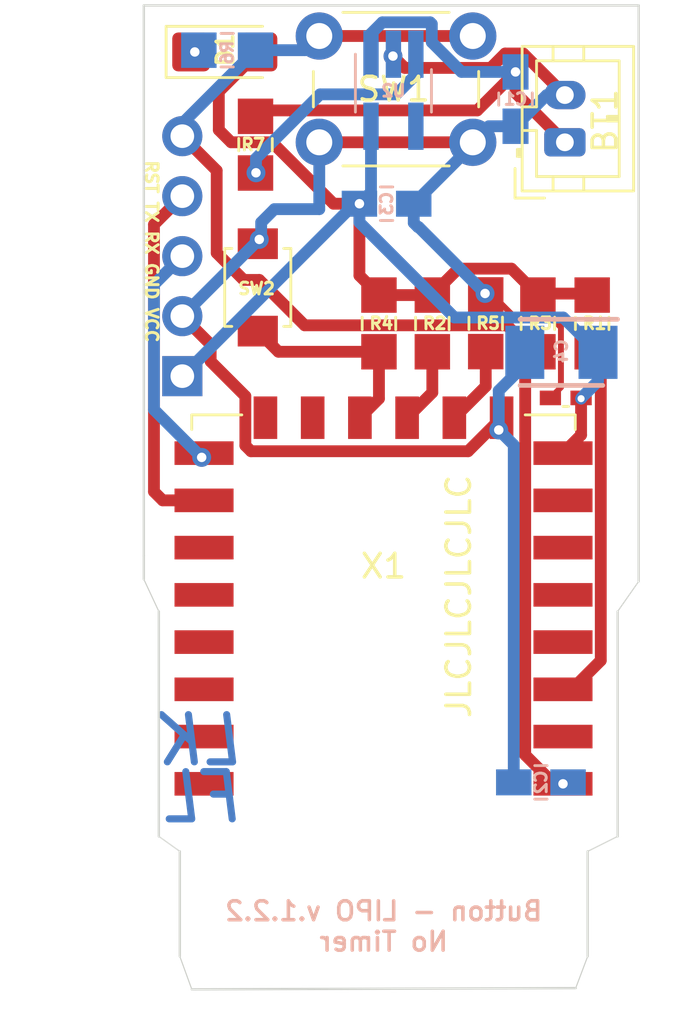
<source format=kicad_pcb>
(kicad_pcb (version 20171130) (host pcbnew "(5.1.9)-1")

  (general
    (thickness 1.6)
    (drawings 22)
    (tracks 135)
    (zones 0)
    (modules 19)
    (nets 13)
  )

  (page A4)
  (layers
    (0 F.Cu signal)
    (31 B.Cu signal)
    (32 B.Adhes user)
    (33 F.Adhes user)
    (34 B.Paste user)
    (35 F.Paste user)
    (36 B.SilkS user)
    (37 F.SilkS user)
    (38 B.Mask user)
    (39 F.Mask user)
    (40 Dwgs.User user)
    (41 Cmts.User user)
    (42 Eco1.User user)
    (43 Eco2.User user)
    (44 Edge.Cuts user)
    (45 Margin user)
    (46 B.CrtYd user hide)
    (47 F.CrtYd user)
    (48 B.Fab user hide)
    (49 F.Fab user)
  )

  (setup
    (last_trace_width 0.25)
    (user_trace_width 0.5)
    (trace_clearance 0.1)
    (zone_clearance 0.508)
    (zone_45_only no)
    (trace_min 0.2)
    (via_size 0.8)
    (via_drill 0.4)
    (via_min_size 0.4)
    (via_min_drill 0.3)
    (user_via 0.5 0.3)
    (uvia_size 0.3)
    (uvia_drill 0.1)
    (uvias_allowed no)
    (uvia_min_size 0.2)
    (uvia_min_drill 0.1)
    (edge_width 0.05)
    (segment_width 0.2)
    (pcb_text_width 0.3)
    (pcb_text_size 1.5 1.5)
    (mod_edge_width 0.12)
    (mod_text_size 1 1)
    (mod_text_width 0.15)
    (pad_size 1.524 1.524)
    (pad_drill 0.762)
    (pad_to_mask_clearance 0.051)
    (solder_mask_min_width 0.25)
    (aux_axis_origin 0 0)
    (visible_elements 7FFFFFFF)
    (pcbplotparams
      (layerselection 0x010fc_ffffffff)
      (usegerberextensions false)
      (usegerberattributes false)
      (usegerberadvancedattributes true)
      (creategerberjobfile false)
      (excludeedgelayer true)
      (linewidth 0.150000)
      (plotframeref false)
      (viasonmask false)
      (mode 1)
      (useauxorigin true)
      (hpglpennumber 1)
      (hpglpenspeed 20)
      (hpglpendiameter 15.000000)
      (psnegative false)
      (psa4output false)
      (plotreference true)
      (plotvalue true)
      (plotinvisibletext false)
      (padsonsilk false)
      (subtractmaskfromsilk false)
      (outputformat 1)
      (mirror false)
      (drillshape 0)
      (scaleselection 1)
      (outputdirectory "Gerber/"))
  )

  (net 0 "")
  (net 1 /VCC)
  (net 2 /GND)
  (net 3 /RST)
  (net 4 /RX)
  (net 5 /TX)
  (net 6 /EN)
  (net 7 /GPIO2)
  (net 8 /GPIO0)
  (net 9 "Net-(BT1-Pad1)")
  (net 10 /GPIO15)
  (net 11 "Net-(R7-Pad1)")
  (net 12 "Net-(D1-Pad1)")

  (net_class Default "This is the default net class."
    (clearance 0.1)
    (trace_width 0.25)
    (via_dia 0.8)
    (via_drill 0.4)
    (uvia_dia 0.3)
    (uvia_drill 0.1)
    (add_net /EN)
    (add_net /GND)
    (add_net /GPIO0)
    (add_net /GPIO15)
    (add_net /GPIO2)
    (add_net /RST)
    (add_net /RX)
    (add_net /TX)
    (add_net /VCC)
    (add_net "Net-(BT1-Pad1)")
    (add_net "Net-(D1-Pad1)")
    (add_net "Net-(R7-Pad1)")
  )

  (module handsolder:C_0402_1005Metric_Pad0.74x0.62mm_HandSoldermod (layer F.Cu) (tedit 6036714F) (tstamp 6036D3B8)
    (at 133.43612 77.32268 180)
    (descr "Capacitor SMD 0402 (1005 Metric), square (rectangular) end terminal, IPC_7351 nominal with elongated pad for handsoldering. (Body size source: IPC-SM-782 page 76, https://www.pcb-3d.com/wordpress/wp-content/uploads/ipc-sm-782a_amendment_1_and_2.pdf), generated with kicad-footprint-generator")
    (tags "capacitor handsolder")
    (path /6036783B)
    (attr smd)
    (fp_text reference C5 (at 0 0) (layer F.SilkS) hide
      (effects (font (size 0.5 0.5) (thickness 0.125)))
    )
    (fp_text value 100nF (at 0 1.16) (layer F.Fab)
      (effects (font (size 1 1) (thickness 0.15)))
    )
    (fp_line (start -0.5 0.25) (end -0.5 -0.25) (layer F.Fab) (width 0.1))
    (fp_line (start -0.5 -0.25) (end 0.5 -0.25) (layer F.Fab) (width 0.1))
    (fp_line (start 0.5 -0.25) (end 0.5 0.25) (layer F.Fab) (width 0.1))
    (fp_line (start 0.5 0.25) (end -0.5 0.25) (layer F.Fab) (width 0.1))
    (fp_line (start -0.115835 -0.36) (end 0.115835 -0.36) (layer F.SilkS) (width 0.12))
    (fp_line (start -1.08 0.46) (end -1.08 -0.46) (layer F.CrtYd) (width 0.05))
    (fp_line (start -1.08 -0.46) (end 1.08 -0.46) (layer F.CrtYd) (width 0.05))
    (fp_line (start 1.08 -0.46) (end 1.08 0.46) (layer F.CrtYd) (width 0.05))
    (fp_line (start 1.08 0.46) (end -1.08 0.46) (layer F.CrtYd) (width 0.05))
    (fp_text user %R (at 0 0) (layer F.Fab)
      (effects (font (size 0.25 0.25) (thickness 0.04)))
    )
    (pad 2 smd rect (at 0.65 0 180) (size 0.9 0.62) (layers F.Cu F.Paste F.Mask)
      (net 2 /GND))
    (pad 1 smd rect (at -0.65 0 180) (size 0.9 0.62) (layers F.Cu F.Paste F.Mask)
      (net 1 /VCC))
    (model ${KISYS3DMOD}/Capacitor_SMD.3dshapes/C_0402_1005Metric.wrl
      (at (xyz 0 0 0))
      (scale (xyz 1 1 1))
      (rotate (xyz 0 0 0))
    )
  )

  (module SamacSys_Parts:CAPPM3528X210N (layer B.Cu) (tedit 60364A5B) (tstamp 603690AB)
    (at 133.25348 75.39228 180)
    (descr T495B-10)
    (tags "Capacitor Polarised")
    (path /60363F6C)
    (attr smd)
    (fp_text reference C4 (at 0 0.05 90) (layer B.SilkS)
      (effects (font (size 0.5 0.5) (thickness 0.125)) (justify mirror))
    )
    (fp_text value TAJB476M010TNJ (at 0 0 180) (layer B.SilkS) hide
      (effects (font (size 1.27 1.27) (thickness 0.254)) (justify mirror))
    )
    (fp_line (start -2.625 1.75) (end 2.625 1.75) (layer B.CrtYd) (width 0.05))
    (fp_line (start 2.625 1.75) (end 2.625 -1.75) (layer B.CrtYd) (width 0.05))
    (fp_line (start 2.625 -1.75) (end -2.625 -1.75) (layer B.CrtYd) (width 0.05))
    (fp_line (start -2.625 -1.75) (end -2.625 1.75) (layer B.CrtYd) (width 0.05))
    (fp_line (start -1.75 1.4) (end 1.75 1.4) (layer B.Fab) (width 0.1))
    (fp_line (start 1.75 1.4) (end 1.75 -1.4) (layer B.Fab) (width 0.1))
    (fp_line (start 1.75 -1.4) (end -1.75 -1.4) (layer B.Fab) (width 0.1))
    (fp_line (start -1.75 -1.4) (end -1.75 1.4) (layer B.Fab) (width 0.1))
    (fp_line (start -1.75 0.575) (end -0.925 1.4) (layer B.Fab) (width 0.1))
    (fp_line (start 1.75 1.4) (end -2.375 1.4) (layer B.SilkS) (width 0.2))
    (fp_line (start -1.75 -1.4) (end 1.75 -1.4) (layer B.SilkS) (width 0.2))
    (fp_text user %R (at 0 0 180) (layer B.Fab)
      (effects (font (size 1.27 1.27) (thickness 0.254)) (justify mirror))
    )
    (pad 2 smd rect (at 1.55 0 180) (size 1.65 2.25) (layers B.Cu B.Paste B.Mask)
      (net 2 /GND))
    (pad 1 smd rect (at -1.55 0 180) (size 1.65 2.25) (layers B.Cu B.Paste B.Mask)
      (net 1 /VCC))
    (model "C:\\Program Files\\KiCad\\SamacSys_Parts.3dshapes\\T495B476K006ATE450.stp"
      (at (xyz 0 0 0))
      (scale (xyz 1 1 1))
      (rotate (xyz 0 0 0))
    )
  )

  (module handsolder:SOT-23-5_HandSolderingmod (layer B.Cu) (tedit 6035922E) (tstamp 60326955)
    (at 126.14 64.32 270)
    (descr "5-pin SOT23 package")
    (tags "SOT-23-5 hand-soldering")
    (path /602F5FBE)
    (attr smd)
    (fp_text reference U2 (at 0 0 180) (layer B.SilkS)
      (effects (font (size 0.5 0.5) (thickness 0.125)) (justify mirror))
    )
    (fp_text value AP2112K-3.3 (at 10.287 -1.143 90) (layer B.SilkS) hide
      (effects (font (size 1 1) (thickness 0.15)) (justify mirror))
    )
    (fp_line (start -0.9 -1.61) (end 0.9 -1.61) (layer B.SilkS) (width 0.12))
    (fp_line (start 0.9 1.61) (end -1.55 1.61) (layer B.SilkS) (width 0.12))
    (fp_line (start -0.9 0.9) (end -0.25 1.55) (layer B.Fab) (width 0.1))
    (fp_line (start 0.9 1.55) (end -0.25 1.55) (layer B.Fab) (width 0.1))
    (fp_line (start -0.9 0.9) (end -0.9 -1.55) (layer B.Fab) (width 0.1))
    (fp_line (start 0.9 -1.55) (end -0.9 -1.55) (layer B.Fab) (width 0.1))
    (fp_line (start 0.9 1.55) (end 0.9 -1.55) (layer B.Fab) (width 0.1))
    (fp_line (start -2.38 1.8) (end 2.38 1.8) (layer B.CrtYd) (width 0.05))
    (fp_line (start -2.38 1.8) (end -2.38 -1.8) (layer B.CrtYd) (width 0.05))
    (fp_line (start 2.38 -1.8) (end 2.38 1.8) (layer B.CrtYd) (width 0.05))
    (fp_line (start 2.38 -1.8) (end -2.38 -1.8) (layer B.CrtYd) (width 0.05))
    (fp_text user %R (at 0 0) (layer B.Fab)
      (effects (font (size 0.5 0.5) (thickness 0.075)) (justify mirror))
    )
    (pad 5 smd rect (at 1.5 0.95 270) (size 2 0.65) (layers B.Cu B.Paste B.Mask)
      (net 1 /VCC))
    (pad 4 smd rect (at 1.5 -0.95 270) (size 2 0.65) (layers B.Cu B.Paste B.Mask))
    (pad 3 smd rect (at -1.55 -0.95 270) (size 2 0.65) (layers B.Cu B.Paste B.Mask)
      (net 11 "Net-(R7-Pad1)"))
    (pad 2 smd trapezoid (at -1.55 0 270) (size 2 0.65) (layers B.Cu B.Paste B.Mask)
      (net 2 /GND))
    (pad 1 smd rect (at -1.55 0.95 270) (size 2 0.65) (layers B.Cu B.Paste B.Mask)
      (net 9 "Net-(BT1-Pad1)"))
    (model ${KISYS3DMOD}/Package_TO_SOT_SMD.3dshapes/SOT-23-5.wrl
      (at (xyz 0 0 0))
      (scale (xyz 1 1 1))
      (rotate (xyz 0 0 0))
    )
  )

  (module handsolder:C_0805_2012handsodermod (layer B.Cu) (tedit 603591CC) (tstamp 603267C3)
    (at 131.31 64.67 90)
    (descr "Capacitor SMD 0805 (2012 Metric), square (rectangular) end terminal, IPC_7351 nominal with elongated pad for handsoldering. (Body size source: https://docs.google.com/spreadsheets/d/1BsfQQcO9C6DZCsRaXUlFlo91Tg2WpOkGARC1WS5S8t0/edit?usp=sharing), generated with kicad-footprint-generator")
    (tags "capacitor handsolder")
    (path /602D0C1F)
    (attr smd)
    (fp_text reference C1 (at 0 0 180) (layer B.SilkS)
      (effects (font (size 0.5 0.5) (thickness 0.125)) (justify mirror))
    )
    (fp_text value 10uF (at 0 -1.65 90) (layer B.Fab) hide
      (effects (font (size 1 1) (thickness 0.15)) (justify mirror))
    )
    (fp_line (start -1 -0.6) (end -1 0.6) (layer B.Fab) (width 0.1))
    (fp_line (start -1 0.6) (end 1 0.6) (layer B.Fab) (width 0.1))
    (fp_line (start 1 0.6) (end 1 -0.6) (layer B.Fab) (width 0.1))
    (fp_line (start 1 -0.6) (end -1 -0.6) (layer B.Fab) (width 0.1))
    (fp_line (start -0.261252 0.71) (end 0.261252 0.71) (layer B.SilkS) (width 0.12))
    (fp_line (start -0.261252 -0.71) (end 0.261252 -0.71) (layer B.SilkS) (width 0.12))
    (fp_line (start -2 -0.95) (end -2 0.95) (layer B.CrtYd) (width 0.05))
    (fp_line (start -2 0.95) (end 2.05 0.95) (layer B.CrtYd) (width 0.05))
    (fp_line (start 2.05 0.95) (end 2.05 -0.95) (layer B.CrtYd) (width 0.05))
    (fp_line (start 2.05 -0.95) (end -2 -0.95) (layer B.CrtYd) (width 0.05))
    (fp_text user %R (at 0 0 90) (layer B.Fab)
      (effects (font (size 0.5 0.5) (thickness 0.08)) (justify mirror))
    )
    (pad 2 smd rect (at 1.15 0 90) (size 1.5 1.1) (layers B.Cu B.Paste B.Mask)
      (net 9 "Net-(BT1-Pad1)"))
    (pad 1 smd rect (at -1.15 0 90) (size 1.5 1.1) (layers B.Cu B.Paste B.Mask)
      (net 2 /GND))
    (model ${KISYS3DMOD}/Capacitor_SMD.3dshapes/C_0805_2012Metric.wrl
      (at (xyz 0 0 0))
      (scale (xyz 1 1 1))
      (rotate (xyz 0 0 0))
    )
  )

  (module handsolder:C_0805_2012handsodermod (layer B.Cu) (tedit 603591CC) (tstamp 603267E5)
    (at 125.85 69.1 180)
    (descr "Capacitor SMD 0805 (2012 Metric), square (rectangular) end terminal, IPC_7351 nominal with elongated pad for handsoldering. (Body size source: https://docs.google.com/spreadsheets/d/1BsfQQcO9C6DZCsRaXUlFlo91Tg2WpOkGARC1WS5S8t0/edit?usp=sharing), generated with kicad-footprint-generator")
    (tags "capacitor handsolder")
    (path /602E3D4A)
    (attr smd)
    (fp_text reference C3 (at 0 0 270) (layer B.SilkS)
      (effects (font (size 0.5 0.5) (thickness 0.125)) (justify mirror))
    )
    (fp_text value 10uF (at 0 -1.65) (layer B.Fab) hide
      (effects (font (size 1 1) (thickness 0.15)) (justify mirror))
    )
    (fp_line (start -1 -0.6) (end -1 0.6) (layer B.Fab) (width 0.1))
    (fp_line (start -1 0.6) (end 1 0.6) (layer B.Fab) (width 0.1))
    (fp_line (start 1 0.6) (end 1 -0.6) (layer B.Fab) (width 0.1))
    (fp_line (start 1 -0.6) (end -1 -0.6) (layer B.Fab) (width 0.1))
    (fp_line (start -0.261252 0.71) (end 0.261252 0.71) (layer B.SilkS) (width 0.12))
    (fp_line (start -0.261252 -0.71) (end 0.261252 -0.71) (layer B.SilkS) (width 0.12))
    (fp_line (start -2 -0.95) (end -2 0.95) (layer B.CrtYd) (width 0.05))
    (fp_line (start -2 0.95) (end 2.05 0.95) (layer B.CrtYd) (width 0.05))
    (fp_line (start 2.05 0.95) (end 2.05 -0.95) (layer B.CrtYd) (width 0.05))
    (fp_line (start 2.05 -0.95) (end -2 -0.95) (layer B.CrtYd) (width 0.05))
    (fp_text user %R (at 0 0) (layer B.Fab)
      (effects (font (size 0.5 0.5) (thickness 0.08)) (justify mirror))
    )
    (pad 2 smd rect (at 1.15 0 180) (size 1.5 1.1) (layers B.Cu B.Paste B.Mask)
      (net 1 /VCC))
    (pad 1 smd rect (at -1.15 0 180) (size 1.5 1.1) (layers B.Cu B.Paste B.Mask)
      (net 2 /GND))
    (model ${KISYS3DMOD}/Capacitor_SMD.3dshapes/C_0805_2012Metric.wrl
      (at (xyz 0 0 0))
      (scale (xyz 1 1 1))
      (rotate (xyz 0 0 0))
    )
  )

  (module handsolder:C_0805_2012handsodermod (layer B.Cu) (tedit 603591CC) (tstamp 603267D4)
    (at 132.3848 93.599)
    (descr "Capacitor SMD 0805 (2012 Metric), square (rectangular) end terminal, IPC_7351 nominal with elongated pad for handsoldering. (Body size source: https://docs.google.com/spreadsheets/d/1BsfQQcO9C6DZCsRaXUlFlo91Tg2WpOkGARC1WS5S8t0/edit?usp=sharing), generated with kicad-footprint-generator")
    (tags "capacitor handsolder")
    (path /602C896A)
    (attr smd)
    (fp_text reference C2 (at 0 0 -90) (layer B.SilkS)
      (effects (font (size 0.5 0.5) (thickness 0.125)) (justify mirror))
    )
    (fp_text value 100nF (at 0 -1.65) (layer B.Fab) hide
      (effects (font (size 1 1) (thickness 0.15)) (justify mirror))
    )
    (fp_line (start -1 -0.6) (end -1 0.6) (layer B.Fab) (width 0.1))
    (fp_line (start -1 0.6) (end 1 0.6) (layer B.Fab) (width 0.1))
    (fp_line (start 1 0.6) (end 1 -0.6) (layer B.Fab) (width 0.1))
    (fp_line (start 1 -0.6) (end -1 -0.6) (layer B.Fab) (width 0.1))
    (fp_line (start -0.261252 0.71) (end 0.261252 0.71) (layer B.SilkS) (width 0.12))
    (fp_line (start -0.261252 -0.71) (end 0.261252 -0.71) (layer B.SilkS) (width 0.12))
    (fp_line (start -2 -0.95) (end -2 0.95) (layer B.CrtYd) (width 0.05))
    (fp_line (start -2 0.95) (end 2.05 0.95) (layer B.CrtYd) (width 0.05))
    (fp_line (start 2.05 0.95) (end 2.05 -0.95) (layer B.CrtYd) (width 0.05))
    (fp_line (start 2.05 -0.95) (end -2 -0.95) (layer B.CrtYd) (width 0.05))
    (fp_text user %R (at 0 0) (layer B.Fab)
      (effects (font (size 0.5 0.5) (thickness 0.08)) (justify mirror))
    )
    (pad 2 smd rect (at 1.15 0) (size 1.5 1.1) (layers B.Cu B.Paste B.Mask)
      (net 3 /RST))
    (pad 1 smd rect (at -1.15 0) (size 1.5 1.1) (layers B.Cu B.Paste B.Mask)
      (net 2 /GND))
    (model ${KISYS3DMOD}/Capacitor_SMD.3dshapes/C_0805_2012Metric.wrl
      (at (xyz 0 0 0))
      (scale (xyz 1 1 1))
      (rotate (xyz 0 0 0))
    )
  )

  (module handsolder:R_0805_2012handsoldermod (layer F.Cu) (tedit 60358F22) (tstamp 603268D0)
    (at 120.3 66.6 90)
    (descr "Resistor SMD 0805 (2012 Metric), square (rectangular) end terminal, IPC_7351 nominal with elongated pad for handsoldering. (Body size source: https://docs.google.com/spreadsheets/d/1BsfQQcO9C6DZCsRaXUlFlo91Tg2WpOkGARC1WS5S8t0/edit?usp=sharing), generated with kicad-footprint-generator")
    (tags "resistor handsolder")
    (path /602F7A06)
    (attr smd)
    (fp_text reference R7 (at 0 -0.1) (layer F.SilkS)
      (effects (font (size 0.5 0.5) (thickness 0.125)))
    )
    (fp_text value 100k (at 0 1.65 90) (layer F.Fab) hide
      (effects (font (size 1 1) (thickness 0.15)))
    )
    (fp_line (start -1 0.6) (end -1 -0.6) (layer F.Fab) (width 0.1))
    (fp_line (start -1 -0.6) (end 1 -0.6) (layer F.Fab) (width 0.1))
    (fp_line (start 1 -0.6) (end 1 0.6) (layer F.Fab) (width 0.1))
    (fp_line (start 1 0.6) (end -1 0.6) (layer F.Fab) (width 0.1))
    (fp_line (start -0.261252 -0.71) (end 0.261252 -0.71) (layer F.SilkS) (width 0.12))
    (fp_line (start -0.261252 0.71) (end 0.261252 0.71) (layer F.SilkS) (width 0.12))
    (fp_line (start -2.05 0.95) (end -2.05 -0.95) (layer F.CrtYd) (width 0.05))
    (fp_line (start -2.05 -0.95) (end 2.05 -0.95) (layer F.CrtYd) (width 0.05))
    (fp_line (start 2.05 -0.95) (end 2.05 0.95) (layer F.CrtYd) (width 0.05))
    (fp_line (start 2.05 0.95) (end -2.05 0.95) (layer F.CrtYd) (width 0.05))
    (fp_text user %R (at 0 0 90) (layer F.Fab)
      (effects (font (size 0.5 0.5) (thickness 0.08)))
    )
    (pad 2 smd rect (at 1.2 0 90) (size 1.5 1.5) (layers F.Cu F.Paste F.Mask)
      (net 9 "Net-(BT1-Pad1)"))
    (pad 1 smd rect (at -1.2 0 90) (size 1.5 1.5) (layers F.Cu F.Paste F.Mask)
      (net 11 "Net-(R7-Pad1)"))
    (model ${KISYS3DMOD}/Resistor_SMD.3dshapes/R_0805_2012Metric.wrl
      (at (xyz 0 0 0))
      (scale (xyz 1 1 1))
      (rotate (xyz 0 0 0))
    )
  )

  (module handsolder:R_0805_2012handsoldermod (layer B.Cu) (tedit 60358F22) (tstamp 603268BF)
    (at 119.1 62.6)
    (descr "Resistor SMD 0805 (2012 Metric), square (rectangular) end terminal, IPC_7351 nominal with elongated pad for handsoldering. (Body size source: https://docs.google.com/spreadsheets/d/1BsfQQcO9C6DZCsRaXUlFlo91Tg2WpOkGARC1WS5S8t0/edit?usp=sharing), generated with kicad-footprint-generator")
    (tags "resistor handsolder")
    (path /602D454A)
    (attr smd)
    (fp_text reference R6 (at 0 0.1 -90) (layer B.SilkS)
      (effects (font (size 0.5 0.5) (thickness 0.125)) (justify mirror))
    )
    (fp_text value 1k (at 0 -1.65) (layer B.Fab) hide
      (effects (font (size 1 1) (thickness 0.15)) (justify mirror))
    )
    (fp_line (start -1 -0.6) (end -1 0.6) (layer B.Fab) (width 0.1))
    (fp_line (start -1 0.6) (end 1 0.6) (layer B.Fab) (width 0.1))
    (fp_line (start 1 0.6) (end 1 -0.6) (layer B.Fab) (width 0.1))
    (fp_line (start 1 -0.6) (end -1 -0.6) (layer B.Fab) (width 0.1))
    (fp_line (start -0.261252 0.71) (end 0.261252 0.71) (layer B.SilkS) (width 0.12))
    (fp_line (start -0.261252 -0.71) (end 0.261252 -0.71) (layer B.SilkS) (width 0.12))
    (fp_line (start -2.05 -0.95) (end -2.05 0.95) (layer B.CrtYd) (width 0.05))
    (fp_line (start -2.05 0.95) (end 2.05 0.95) (layer B.CrtYd) (width 0.05))
    (fp_line (start 2.05 0.95) (end 2.05 -0.95) (layer B.CrtYd) (width 0.05))
    (fp_line (start 2.05 -0.95) (end -2.05 -0.95) (layer B.CrtYd) (width 0.05))
    (fp_text user %R (at 0 0) (layer B.Fab)
      (effects (font (size 0.5 0.5) (thickness 0.08)) (justify mirror))
    )
    (pad 2 smd rect (at 1.2 0) (size 1.5 1.5) (layers B.Cu B.Paste B.Mask)
      (net 3 /RST))
    (pad 1 smd rect (at -1.2 0) (size 1.5 1.5) (layers B.Cu B.Paste B.Mask)
      (net 12 "Net-(D1-Pad1)"))
    (model ${KISYS3DMOD}/Resistor_SMD.3dshapes/R_0805_2012Metric.wrl
      (at (xyz 0 0 0))
      (scale (xyz 1 1 1))
      (rotate (xyz 0 0 0))
    )
  )

  (module handsolder:R_0805_2012handsoldermod (layer F.Cu) (tedit 60358F22) (tstamp 603268AE)
    (at 130.048 74.1615 270)
    (descr "Resistor SMD 0805 (2012 Metric), square (rectangular) end terminal, IPC_7351 nominal with elongated pad for handsoldering. (Body size source: https://docs.google.com/spreadsheets/d/1BsfQQcO9C6DZCsRaXUlFlo91Tg2WpOkGARC1WS5S8t0/edit?usp=sharing), generated with kicad-footprint-generator")
    (tags "resistor handsolder")
    (path /602CA91E)
    (attr smd)
    (fp_text reference R5 (at 0 -0.1) (layer F.SilkS)
      (effects (font (size 0.5 0.5) (thickness 0.125)))
    )
    (fp_text value 4.7k (at 0 1.65 90) (layer F.Fab) hide
      (effects (font (size 1 1) (thickness 0.15)))
    )
    (fp_line (start -1 0.6) (end -1 -0.6) (layer F.Fab) (width 0.1))
    (fp_line (start -1 -0.6) (end 1 -0.6) (layer F.Fab) (width 0.1))
    (fp_line (start 1 -0.6) (end 1 0.6) (layer F.Fab) (width 0.1))
    (fp_line (start 1 0.6) (end -1 0.6) (layer F.Fab) (width 0.1))
    (fp_line (start -0.261252 -0.71) (end 0.261252 -0.71) (layer F.SilkS) (width 0.12))
    (fp_line (start -0.261252 0.71) (end 0.261252 0.71) (layer F.SilkS) (width 0.12))
    (fp_line (start -2.05 0.95) (end -2.05 -0.95) (layer F.CrtYd) (width 0.05))
    (fp_line (start -2.05 -0.95) (end 2.05 -0.95) (layer F.CrtYd) (width 0.05))
    (fp_line (start 2.05 -0.95) (end 2.05 0.95) (layer F.CrtYd) (width 0.05))
    (fp_line (start 2.05 0.95) (end -2.05 0.95) (layer F.CrtYd) (width 0.05))
    (fp_text user %R (at 0 0 90) (layer F.Fab)
      (effects (font (size 0.5 0.5) (thickness 0.08)))
    )
    (pad 2 smd rect (at 1.2 0 270) (size 1.5 1.5) (layers F.Cu F.Paste F.Mask)
      (net 10 /GPIO15))
    (pad 1 smd rect (at -1.2 0 270) (size 1.5 1.5) (layers F.Cu F.Paste F.Mask)
      (net 2 /GND))
    (model ${KISYS3DMOD}/Resistor_SMD.3dshapes/R_0805_2012Metric.wrl
      (at (xyz 0 0 0))
      (scale (xyz 1 1 1))
      (rotate (xyz 0 0 0))
    )
  )

  (module handsolder:R_0805_2012handsoldermod (layer F.Cu) (tedit 60358F22) (tstamp 6032689D)
    (at 125.5268 74.168 270)
    (descr "Resistor SMD 0805 (2012 Metric), square (rectangular) end terminal, IPC_7351 nominal with elongated pad for handsoldering. (Body size source: https://docs.google.com/spreadsheets/d/1BsfQQcO9C6DZCsRaXUlFlo91Tg2WpOkGARC1WS5S8t0/edit?usp=sharing), generated with kicad-footprint-generator")
    (tags "resistor handsolder")
    (path /602CA541)
    (attr smd)
    (fp_text reference R4 (at 0 -0.1) (layer F.SilkS)
      (effects (font (size 0.5 0.5) (thickness 0.125)))
    )
    (fp_text value 10k (at 0 1.65 90) (layer F.Fab) hide
      (effects (font (size 1 1) (thickness 0.15)))
    )
    (fp_line (start -1 0.6) (end -1 -0.6) (layer F.Fab) (width 0.1))
    (fp_line (start -1 -0.6) (end 1 -0.6) (layer F.Fab) (width 0.1))
    (fp_line (start 1 -0.6) (end 1 0.6) (layer F.Fab) (width 0.1))
    (fp_line (start 1 0.6) (end -1 0.6) (layer F.Fab) (width 0.1))
    (fp_line (start -0.261252 -0.71) (end 0.261252 -0.71) (layer F.SilkS) (width 0.12))
    (fp_line (start -0.261252 0.71) (end 0.261252 0.71) (layer F.SilkS) (width 0.12))
    (fp_line (start -2.05 0.95) (end -2.05 -0.95) (layer F.CrtYd) (width 0.05))
    (fp_line (start -2.05 -0.95) (end 2.05 -0.95) (layer F.CrtYd) (width 0.05))
    (fp_line (start 2.05 -0.95) (end 2.05 0.95) (layer F.CrtYd) (width 0.05))
    (fp_line (start 2.05 0.95) (end -2.05 0.95) (layer F.CrtYd) (width 0.05))
    (fp_text user %R (at 0 0 90) (layer F.Fab)
      (effects (font (size 0.5 0.5) (thickness 0.08)))
    )
    (pad 2 smd rect (at 1.2 0 270) (size 1.5 1.5) (layers F.Cu F.Paste F.Mask)
      (net 8 /GPIO0))
    (pad 1 smd rect (at -1.2 0 270) (size 1.5 1.5) (layers F.Cu F.Paste F.Mask)
      (net 1 /VCC))
    (model ${KISYS3DMOD}/Resistor_SMD.3dshapes/R_0805_2012Metric.wrl
      (at (xyz 0 0 0))
      (scale (xyz 1 1 1))
      (rotate (xyz 0 0 0))
    )
  )

  (module handsolder:R_0805_2012handsoldermod (layer F.Cu) (tedit 60358F22) (tstamp 6032688C)
    (at 132.2578 74.168 270)
    (descr "Resistor SMD 0805 (2012 Metric), square (rectangular) end terminal, IPC_7351 nominal with elongated pad for handsoldering. (Body size source: https://docs.google.com/spreadsheets/d/1BsfQQcO9C6DZCsRaXUlFlo91Tg2WpOkGARC1WS5S8t0/edit?usp=sharing), generated with kicad-footprint-generator")
    (tags "resistor handsolder")
    (path /602C7954)
    (attr smd)
    (fp_text reference R3 (at 0 -0.1) (layer F.SilkS)
      (effects (font (size 0.5 0.5) (thickness 0.125)))
    )
    (fp_text value 10k (at 0 1.65 90) (layer F.Fab) hide
      (effects (font (size 1 1) (thickness 0.15)))
    )
    (fp_line (start -1 0.6) (end -1 -0.6) (layer F.Fab) (width 0.1))
    (fp_line (start -1 -0.6) (end 1 -0.6) (layer F.Fab) (width 0.1))
    (fp_line (start 1 -0.6) (end 1 0.6) (layer F.Fab) (width 0.1))
    (fp_line (start 1 0.6) (end -1 0.6) (layer F.Fab) (width 0.1))
    (fp_line (start -0.261252 -0.71) (end 0.261252 -0.71) (layer F.SilkS) (width 0.12))
    (fp_line (start -0.261252 0.71) (end 0.261252 0.71) (layer F.SilkS) (width 0.12))
    (fp_line (start -2.05 0.95) (end -2.05 -0.95) (layer F.CrtYd) (width 0.05))
    (fp_line (start -2.05 -0.95) (end 2.05 -0.95) (layer F.CrtYd) (width 0.05))
    (fp_line (start 2.05 -0.95) (end 2.05 0.95) (layer F.CrtYd) (width 0.05))
    (fp_line (start 2.05 0.95) (end -2.05 0.95) (layer F.CrtYd) (width 0.05))
    (fp_text user %R (at 0 0 90) (layer F.Fab)
      (effects (font (size 0.5 0.5) (thickness 0.08)))
    )
    (pad 2 smd rect (at 1.2 0 270) (size 1.5 1.5) (layers F.Cu F.Paste F.Mask)
      (net 3 /RST))
    (pad 1 smd rect (at -1.2 0 270) (size 1.5 1.5) (layers F.Cu F.Paste F.Mask)
      (net 1 /VCC))
    (model ${KISYS3DMOD}/Resistor_SMD.3dshapes/R_0805_2012Metric.wrl
      (at (xyz 0 0 0))
      (scale (xyz 1 1 1))
      (rotate (xyz 0 0 0))
    )
  )

  (module handsolder:R_0805_2012handsoldermod (layer F.Cu) (tedit 60358F22) (tstamp 6032687B)
    (at 127.7874 74.168 270)
    (descr "Resistor SMD 0805 (2012 Metric), square (rectangular) end terminal, IPC_7351 nominal with elongated pad for handsoldering. (Body size source: https://docs.google.com/spreadsheets/d/1BsfQQcO9C6DZCsRaXUlFlo91Tg2WpOkGARC1WS5S8t0/edit?usp=sharing), generated with kicad-footprint-generator")
    (tags "resistor handsolder")
    (path /602CC605)
    (attr smd)
    (fp_text reference R2 (at 0 -0.1) (layer F.SilkS)
      (effects (font (size 0.5 0.5) (thickness 0.125)))
    )
    (fp_text value 10k (at 0 1.65 90) (layer F.Fab) hide
      (effects (font (size 1 1) (thickness 0.15)))
    )
    (fp_line (start -1 0.6) (end -1 -0.6) (layer F.Fab) (width 0.1))
    (fp_line (start -1 -0.6) (end 1 -0.6) (layer F.Fab) (width 0.1))
    (fp_line (start 1 -0.6) (end 1 0.6) (layer F.Fab) (width 0.1))
    (fp_line (start 1 0.6) (end -1 0.6) (layer F.Fab) (width 0.1))
    (fp_line (start -0.261252 -0.71) (end 0.261252 -0.71) (layer F.SilkS) (width 0.12))
    (fp_line (start -0.261252 0.71) (end 0.261252 0.71) (layer F.SilkS) (width 0.12))
    (fp_line (start -2.05 0.95) (end -2.05 -0.95) (layer F.CrtYd) (width 0.05))
    (fp_line (start -2.05 -0.95) (end 2.05 -0.95) (layer F.CrtYd) (width 0.05))
    (fp_line (start 2.05 -0.95) (end 2.05 0.95) (layer F.CrtYd) (width 0.05))
    (fp_line (start 2.05 0.95) (end -2.05 0.95) (layer F.CrtYd) (width 0.05))
    (fp_text user %R (at 0 0 90) (layer F.Fab)
      (effects (font (size 0.5 0.5) (thickness 0.08)))
    )
    (pad 2 smd rect (at 1.2 0 270) (size 1.5 1.5) (layers F.Cu F.Paste F.Mask)
      (net 7 /GPIO2))
    (pad 1 smd rect (at -1.2 0 270) (size 1.5 1.5) (layers F.Cu F.Paste F.Mask)
      (net 1 /VCC))
    (model ${KISYS3DMOD}/Resistor_SMD.3dshapes/R_0805_2012Metric.wrl
      (at (xyz 0 0 0))
      (scale (xyz 1 1 1))
      (rotate (xyz 0 0 0))
    )
  )

  (module handsolder:R_0805_2012handsoldermod (layer F.Cu) (tedit 60358F22) (tstamp 6032686A)
    (at 134.5565 74.168 270)
    (descr "Resistor SMD 0805 (2012 Metric), square (rectangular) end terminal, IPC_7351 nominal with elongated pad for handsoldering. (Body size source: https://docs.google.com/spreadsheets/d/1BsfQQcO9C6DZCsRaXUlFlo91Tg2WpOkGARC1WS5S8t0/edit?usp=sharing), generated with kicad-footprint-generator")
    (tags "resistor handsolder")
    (path /602C727C)
    (attr smd)
    (fp_text reference R1 (at 0 -0.1) (layer F.SilkS)
      (effects (font (size 0.5 0.5) (thickness 0.125)))
    )
    (fp_text value 10k (at 0 1.65 90) (layer F.Fab) hide
      (effects (font (size 1 1) (thickness 0.15)))
    )
    (fp_line (start -1 0.6) (end -1 -0.6) (layer F.Fab) (width 0.1))
    (fp_line (start -1 -0.6) (end 1 -0.6) (layer F.Fab) (width 0.1))
    (fp_line (start 1 -0.6) (end 1 0.6) (layer F.Fab) (width 0.1))
    (fp_line (start 1 0.6) (end -1 0.6) (layer F.Fab) (width 0.1))
    (fp_line (start -0.261252 -0.71) (end 0.261252 -0.71) (layer F.SilkS) (width 0.12))
    (fp_line (start -0.261252 0.71) (end 0.261252 0.71) (layer F.SilkS) (width 0.12))
    (fp_line (start -2.05 0.95) (end -2.05 -0.95) (layer F.CrtYd) (width 0.05))
    (fp_line (start -2.05 -0.95) (end 2.05 -0.95) (layer F.CrtYd) (width 0.05))
    (fp_line (start 2.05 -0.95) (end 2.05 0.95) (layer F.CrtYd) (width 0.05))
    (fp_line (start 2.05 0.95) (end -2.05 0.95) (layer F.CrtYd) (width 0.05))
    (fp_text user %R (at 0 0 90) (layer F.Fab)
      (effects (font (size 0.5 0.5) (thickness 0.08)))
    )
    (pad 2 smd rect (at 1.2 0 270) (size 1.5 1.5) (layers F.Cu F.Paste F.Mask)
      (net 6 /EN))
    (pad 1 smd rect (at -1.2 0 270) (size 1.5 1.5) (layers F.Cu F.Paste F.Mask)
      (net 1 /VCC))
    (model ${KISYS3DMOD}/Resistor_SMD.3dshapes/R_0805_2012Metric.wrl
      (at (xyz 0 0 0))
      (scale (xyz 1 1 1))
      (rotate (xyz 0 0 0))
    )
  )

  (module handsolder:SW_SPST_B3U-1000P_mod (layer F.Cu) (tedit 60353A91) (tstamp 6032692A)
    (at 120.396 72.644 90)
    (descr "Ultra-small-sized Tactile Switch with High Contact Reliability, Top-actuated Model, without Ground Terminal, without Boss")
    (tags "Tactile Switch")
    (path /602CDBD4)
    (attr smd)
    (fp_text reference SW2 (at -0.05 -0.05) (layer F.SilkS)
      (effects (font (size 0.5 0.5) (thickness 0.125)))
    )
    (fp_text value SW_Push (at 0 2.5 90) (layer F.Fab)
      (effects (font (size 1 1) (thickness 0.15)))
    )
    (fp_circle (center 0 0) (end 0.75 0) (layer F.Fab) (width 0.1))
    (fp_line (start -1.5 1.25) (end -1.5 -1.25) (layer F.Fab) (width 0.1))
    (fp_line (start 1.5 1.25) (end -1.5 1.25) (layer F.Fab) (width 0.1))
    (fp_line (start 1.5 -1.25) (end 1.5 1.25) (layer F.Fab) (width 0.1))
    (fp_line (start -1.5 -1.25) (end 1.5 -1.25) (layer F.Fab) (width 0.1))
    (fp_line (start 1.65 -1.4) (end 1.65 -1.1) (layer F.SilkS) (width 0.12))
    (fp_line (start -1.65 -1.4) (end 1.65 -1.4) (layer F.SilkS) (width 0.12))
    (fp_line (start -1.65 -1.1) (end -1.65 -1.4) (layer F.SilkS) (width 0.12))
    (fp_line (start 1.65 1.4) (end 1.65 1.1) (layer F.SilkS) (width 0.12))
    (fp_line (start -1.65 1.4) (end 1.65 1.4) (layer F.SilkS) (width 0.12))
    (fp_line (start -1.65 1.1) (end -1.65 1.4) (layer F.SilkS) (width 0.12))
    (fp_line (start -2.5 -1.65) (end -2.5 1.65) (layer F.CrtYd) (width 0.05))
    (fp_line (start 2.5 -1.65) (end -2.5 -1.65) (layer F.CrtYd) (width 0.05))
    (fp_line (start 2.5 1.65) (end 2.5 -1.65) (layer F.CrtYd) (width 0.05))
    (fp_line (start -2.5 1.65) (end 2.5 1.65) (layer F.CrtYd) (width 0.05))
    (fp_text user %R (at 0 -2.5 90) (layer F.Fab)
      (effects (font (size 1 1) (thickness 0.15)))
    )
    (pad 2 smd rect (at 1.85 0 90) (size 1.3 1.7) (layers F.Cu F.Paste F.Mask)
      (net 2 /GND))
    (pad 1 smd rect (at -1.85 0 90) (size 1.3 1.7) (layers F.Cu F.Paste F.Mask)
      (net 8 /GPIO0))
    (model ${KISYS3DMOD}/Button_Switch_SMD.3dshapes/SW_SPST_B3U-1000P.wrl
      (at (xyz 0 0 0))
      (scale (xyz 1 1 1))
      (rotate (xyz 0 0 0))
    )
  )

  (module handsolder:SW_PUSH_6mm_H8mm_mod (layer F.Cu) (tedit 60353762) (tstamp 60326911)
    (at 123 62)
    (descr "tactile push button, 6x6mm e.g. PHAP33xx series, height=8mm")
    (tags "tact sw push 6mm")
    (path /602CFCB7)
    (fp_text reference SW1 (at 3.15 2.25) (layer F.SilkS)
      (effects (font (size 1 1) (thickness 0.15)))
    )
    (fp_text value SW_Push (at 3.75 6.7) (layer F.Fab)
      (effects (font (size 1 1) (thickness 0.15)))
    )
    (fp_circle (center 3.25 2.25) (end 1.25 2.5) (layer F.Fab) (width 0.1))
    (fp_line (start 6.75 3) (end 6.75 1.5) (layer F.SilkS) (width 0.12))
    (fp_line (start 5.5 -1) (end 1 -1) (layer F.SilkS) (width 0.12))
    (fp_line (start -0.25 1.5) (end -0.25 3) (layer F.SilkS) (width 0.12))
    (fp_line (start 1 5.5) (end 5.5 5.5) (layer F.SilkS) (width 0.12))
    (fp_line (start 8 -1.25) (end 8 5.75) (layer F.CrtYd) (width 0.05))
    (fp_line (start 7.75 6) (end -1.25 6) (layer F.CrtYd) (width 0.05))
    (fp_line (start -1.5 5.75) (end -1.5 -1.25) (layer F.CrtYd) (width 0.05))
    (fp_line (start -1.25 -1.5) (end 7.75 -1.5) (layer F.CrtYd) (width 0.05))
    (fp_line (start -1.5 6) (end -1.25 6) (layer F.CrtYd) (width 0.05))
    (fp_line (start -1.5 5.75) (end -1.5 6) (layer F.CrtYd) (width 0.05))
    (fp_line (start -1.5 -1.5) (end -1.25 -1.5) (layer F.CrtYd) (width 0.05))
    (fp_line (start -1.5 -1.25) (end -1.5 -1.5) (layer F.CrtYd) (width 0.05))
    (fp_line (start 8 -1.5) (end 8 -1.25) (layer F.CrtYd) (width 0.05))
    (fp_line (start 7.75 -1.5) (end 8 -1.5) (layer F.CrtYd) (width 0.05))
    (fp_line (start 8 6) (end 8 5.75) (layer F.CrtYd) (width 0.05))
    (fp_line (start 7.75 6) (end 8 6) (layer F.CrtYd) (width 0.05))
    (fp_line (start 0.25 -0.75) (end 3.25 -0.75) (layer F.Fab) (width 0.1))
    (fp_line (start 0.25 5.25) (end 0.25 -0.75) (layer F.Fab) (width 0.1))
    (fp_line (start 6.25 5.25) (end 0.25 5.25) (layer F.Fab) (width 0.1))
    (fp_line (start 6.25 -0.75) (end 6.25 5.25) (layer F.Fab) (width 0.1))
    (fp_line (start 3.25 -0.75) (end 6.25 -0.75) (layer F.Fab) (width 0.1))
    (fp_text user %R (at 3.25 2.25) (layer F.Fab)
      (effects (font (size 1 1) (thickness 0.15)))
    )
    (pad 1 thru_hole circle (at 6.5 0 90) (size 2 2) (drill 1.1) (layers *.Cu *.Mask)
      (net 3 /RST))
    (pad 2 thru_hole circle (at 6.5 4.5 90) (size 2 2) (drill 1.1) (layers *.Cu *.Mask)
      (net 2 /GND))
    (pad 1 thru_hole circle (at 0 0 90) (size 2 2) (drill 1.1) (layers *.Cu *.Mask)
      (net 3 /RST))
    (pad 2 thru_hole circle (at 0 4.5 90) (size 2 2) (drill 1.1) (layers *.Cu *.Mask)
      (net 2 /GND))
    (model ${KISYS3DMOD}/Button_Switch_THT.3dshapes/SW_PUSH_6mm_H8mm.wrl
      (at (xyz 0 0 0))
      (scale (xyz 1 1 1))
      (rotate (xyz 0 0 0))
    )
  )

  (module handsolder:PinSocket_1x05_P2.54mm_Vertical_mod (layer F.Cu) (tedit 603537B0) (tstamp 60326824)
    (at 117.2 76.4 180)
    (descr "Through hole straight socket strip, 1x05, 2.54mm pitch, single row (from Kicad 4.0.7), script generated")
    (tags "Through hole socket strip THT 1x05 2.54mm single row")
    (path /60301345)
    (fp_text reference J1 (at 0 -2.77) (layer F.SilkS) hide
      (effects (font (size 1 1) (thickness 0.15)))
    )
    (fp_text value Conn_01x05_Female (at 0 12.93) (layer F.Fab)
      (effects (font (size 1 1) (thickness 0.15)))
    )
    (fp_line (start -1.8 11.9) (end -1.8 -1.8) (layer F.CrtYd) (width 0.05))
    (fp_line (start 1.75 11.9) (end -1.8 11.9) (layer F.CrtYd) (width 0.05))
    (fp_line (start 1.75 -1.8) (end 1.75 11.9) (layer F.CrtYd) (width 0.05))
    (fp_line (start -1.8 -1.8) (end 1.75 -1.8) (layer F.CrtYd) (width 0.05))
    (fp_line (start -1.27 11.43) (end -1.27 -1.27) (layer F.Fab) (width 0.1))
    (fp_line (start 1.27 11.43) (end -1.27 11.43) (layer F.Fab) (width 0.1))
    (fp_line (start 1.27 -0.635) (end 1.27 11.43) (layer F.Fab) (width 0.1))
    (fp_line (start 0.635 -1.27) (end 1.27 -0.635) (layer F.Fab) (width 0.1))
    (fp_line (start -1.27 -1.27) (end 0.635 -1.27) (layer F.Fab) (width 0.1))
    (fp_text user %R (at 0 5.08 90) (layer F.Fab)
      (effects (font (size 1 1) (thickness 0.15)))
    )
    (pad 5 thru_hole oval (at 0 10.16 180) (size 1.7 1.7) (drill 1) (layers *.Cu *.Mask)
      (net 3 /RST))
    (pad 4 thru_hole oval (at 0 7.62 180) (size 1.7 1.7) (drill 1) (layers *.Cu *.Mask)
      (net 5 /TX))
    (pad 3 thru_hole oval (at 0 5.08 180) (size 1.7 1.7) (drill 1) (layers *.Cu *.Mask)
      (net 4 /RX))
    (pad 2 thru_hole oval (at 0 2.54 180) (size 1.7 1.7) (drill 1) (layers *.Cu *.Mask)
      (net 2 /GND))
    (pad 1 thru_hole rect (at 0 0 180) (size 1.7 1.7) (drill 1) (layers *.Cu *.Mask)
      (net 1 /VCC))
    (model ${KISYS3DMOD}/Connector_PinSocket_2.54mm.3dshapes/PinSocket_1x05_P2.54mm_Vertical.wrl
      (at (xyz 0 0 0))
      (scale (xyz 1 1 1))
      (rotate (xyz 0 0 0))
    )
  )

  (module RF_Module:ESP-12E (layer F.Cu) (tedit 60342238) (tstamp 603269A6)
    (at 125.72 90.16 180)
    (descr "Wi-Fi Module, http://wiki.ai-thinker.com/_media/esp8266/docs/aithinker_esp_12f_datasheet_en.pdf")
    (tags "Wi-Fi Module")
    (path /602C0443)
    (attr smd)
    (fp_text reference X1 (at 0 5.715 180) (layer F.SilkS)
      (effects (font (size 1 1) (thickness 0.15)))
    )
    (fp_text value ESP-12E (at -0.06 -12.78 180) (layer F.Fab)
      (effects (font (size 1 1) (thickness 0.15)))
    )
    (fp_line (start 5.56 -4.8) (end 8.12 -7.36) (layer Dwgs.User) (width 0.12))
    (fp_line (start 2.56 -4.8) (end 8.12 -10.36) (layer Dwgs.User) (width 0.12))
    (fp_line (start -0.44 -4.8) (end 6.88 -12.12) (layer Dwgs.User) (width 0.12))
    (fp_line (start -3.44 -4.8) (end 3.88 -12.12) (layer Dwgs.User) (width 0.12))
    (fp_line (start -6.44 -4.8) (end 0.88 -12.12) (layer Dwgs.User) (width 0.12))
    (fp_line (start -8.12 -6.12) (end -2.12 -12.12) (layer Dwgs.User) (width 0.12))
    (fp_line (start -8.12 -9.12) (end -5.12 -12.12) (layer Dwgs.User) (width 0.12))
    (fp_line (start -8.12 -4.8) (end -8.12 -12.12) (layer Dwgs.User) (width 0.12))
    (fp_line (start 8.12 -4.8) (end -8.12 -4.8) (layer Dwgs.User) (width 0.12))
    (fp_line (start 8.12 -12.12) (end 8.12 -4.8) (layer Dwgs.User) (width 0.12))
    (fp_line (start -8.12 -12.12) (end 8.12 -12.12) (layer Dwgs.User) (width 0.12))
    (fp_line (start -8.12 12.12) (end -8.12 11.5) (layer F.SilkS) (width 0.12))
    (fp_line (start -6 12.12) (end -8.12 12.12) (layer F.SilkS) (width 0.12))
    (fp_line (start 8.12 12.12) (end 6 12.12) (layer F.SilkS) (width 0.12))
    (fp_line (start 8.12 11.5) (end 8.12 12.12) (layer F.SilkS) (width 0.12))
    (fp_line (start -9.05 13.1) (end -9.05 -12.2) (layer F.CrtYd) (width 0.05))
    (fp_line (start 9.05 13.1) (end -9.05 13.1) (layer F.CrtYd) (width 0.05))
    (fp_line (start 9.05 -12.2) (end 9.05 13.1) (layer F.CrtYd) (width 0.05))
    (fp_line (start -9.05 -12.2) (end 9.05 -12.2) (layer F.CrtYd) (width 0.05))
    (fp_line (start -8 -4) (end -8 -12) (layer F.Fab) (width 0.12))
    (fp_line (start -7.5 -3.5) (end -8 -4) (layer F.Fab) (width 0.12))
    (fp_line (start -8 -3) (end -7.5 -3.5) (layer F.Fab) (width 0.12))
    (fp_line (start -8 12) (end -8 -3) (layer F.Fab) (width 0.12))
    (fp_line (start 8 12) (end -8 12) (layer F.Fab) (width 0.12))
    (fp_line (start 8 -12) (end 8 12) (layer F.Fab) (width 0.12))
    (fp_line (start -8 -12) (end 8 -12) (layer F.Fab) (width 0.12))
    (fp_text user %R (at 0.49 -0.8 180) (layer F.Fab)
      (effects (font (size 1 1) (thickness 0.15)))
    )
    (fp_text user "KEEP-OUT ZONE" (at 0.03 -9.55) (layer Cmts.User)
      (effects (font (size 1 1) (thickness 0.15)))
    )
    (fp_text user Antenna (at -0.06 -7) (layer Cmts.User)
      (effects (font (size 1 1) (thickness 0.15)))
    )
    (pad 22 smd rect (at 7.6 -3.5 180) (size 2.5 1) (layers F.Cu F.Paste F.Mask))
    (pad 21 smd rect (at 7.6 -1.5 180) (size 2.5 1) (layers F.Cu F.Paste F.Mask))
    (pad 20 smd rect (at 7.6 0.5 180) (size 2.5 1) (layers F.Cu F.Paste F.Mask))
    (pad 19 smd rect (at 7.6 2.5 180) (size 2.5 1) (layers F.Cu F.Paste F.Mask))
    (pad 18 smd rect (at 7.6 4.5 180) (size 2.5 1) (layers F.Cu F.Paste F.Mask))
    (pad 17 smd rect (at 7.6 6.5 180) (size 2.5 1) (layers F.Cu F.Paste F.Mask))
    (pad 16 smd rect (at 7.6 8.5 180) (size 2.5 1) (layers F.Cu F.Paste F.Mask)
      (net 5 /TX))
    (pad 15 smd rect (at 7.6 10.5 180) (size 2.5 1) (layers F.Cu F.Paste F.Mask)
      (net 4 /RX))
    (pad 14 smd rect (at 5 12 180) (size 1 1.8) (layers F.Cu F.Paste F.Mask))
    (pad 13 smd rect (at 3 12 180) (size 1 1.8) (layers F.Cu F.Paste F.Mask))
    (pad 12 smd rect (at 1 12 180) (size 1 1.8) (layers F.Cu F.Paste F.Mask)
      (net 8 /GPIO0))
    (pad 11 smd rect (at -1 12 180) (size 1 1.8) (layers F.Cu F.Paste F.Mask)
      (net 7 /GPIO2))
    (pad 10 smd rect (at -3 12 180) (size 1 1.8) (layers F.Cu F.Paste F.Mask)
      (net 10 /GPIO15))
    (pad 9 smd rect (at -5 12 180) (size 1 1.8) (layers F.Cu F.Paste F.Mask)
      (net 2 /GND))
    (pad 8 smd rect (at -7.6 10.5 180) (size 2.5 1) (layers F.Cu F.Paste F.Mask)
      (net 1 /VCC))
    (pad 7 smd rect (at -7.6 8.5 180) (size 2.5 1) (layers F.Cu F.Paste F.Mask))
    (pad 6 smd rect (at -7.6 6.5 180) (size 2.5 1) (layers F.Cu F.Paste F.Mask))
    (pad 5 smd rect (at -7.6 4.5 180) (size 2.5 1) (layers F.Cu F.Paste F.Mask))
    (pad 4 smd rect (at -7.6 2.5 180) (size 2.5 1) (layers F.Cu F.Paste F.Mask))
    (pad 3 smd rect (at -7.6 0.5 180) (size 2.5 1) (layers F.Cu F.Paste F.Mask)
      (net 6 /EN))
    (pad 2 smd rect (at -7.6 -1.5 180) (size 2.5 1) (layers F.Cu F.Paste F.Mask))
    (pad 1 smd rect (at -7.6 -3.5 180) (size 2.5 1) (layers F.Cu F.Paste F.Mask)
      (net 3 /RST))
    (model ${KISYS3DMOD}/RF_Module.3dshapes/ESP-12E.wrl
      (at (xyz 0 0 0))
      (scale (xyz 1 1 1))
      (rotate (xyz 0 0 0))
    )
  )

  (module Connector_JST:JST_PH_B2B-PH-K_1x02_P2.00mm_Vertical (layer F.Cu) (tedit 5B7745C2) (tstamp 60326788)
    (at 133.4 66.5 90)
    (descr "JST PH series connector, B2B-PH-K (http://www.jst-mfg.com/product/pdf/eng/ePH.pdf), generated with kicad-footprint-generator")
    (tags "connector JST PH side entry")
    (path /602C3B33)
    (fp_text reference BT1 (at 0.9 1.7 -90) (layer F.SilkS)
      (effects (font (size 1 1) (thickness 0.15)))
    )
    (fp_text value Battery_Cell (at 1 4 -90) (layer F.Fab)
      (effects (font (size 1 1) (thickness 0.15)))
    )
    (fp_line (start 4.45 -2.2) (end -2.45 -2.2) (layer F.CrtYd) (width 0.05))
    (fp_line (start 4.45 3.3) (end 4.45 -2.2) (layer F.CrtYd) (width 0.05))
    (fp_line (start -2.45 3.3) (end 4.45 3.3) (layer F.CrtYd) (width 0.05))
    (fp_line (start -2.45 -2.2) (end -2.45 3.3) (layer F.CrtYd) (width 0.05))
    (fp_line (start 3.95 -1.7) (end -1.95 -1.7) (layer F.Fab) (width 0.1))
    (fp_line (start 3.95 2.8) (end 3.95 -1.7) (layer F.Fab) (width 0.1))
    (fp_line (start -1.95 2.8) (end 3.95 2.8) (layer F.Fab) (width 0.1))
    (fp_line (start -1.95 -1.7) (end -1.95 2.8) (layer F.Fab) (width 0.1))
    (fp_line (start -2.36 -2.11) (end -2.36 -0.86) (layer F.Fab) (width 0.1))
    (fp_line (start -1.11 -2.11) (end -2.36 -2.11) (layer F.Fab) (width 0.1))
    (fp_line (start -2.36 -2.11) (end -2.36 -0.86) (layer F.SilkS) (width 0.12))
    (fp_line (start -1.11 -2.11) (end -2.36 -2.11) (layer F.SilkS) (width 0.12))
    (fp_line (start 1 2.3) (end 1 1.8) (layer F.SilkS) (width 0.12))
    (fp_line (start 1.1 1.8) (end 1.1 2.3) (layer F.SilkS) (width 0.12))
    (fp_line (start 0.9 1.8) (end 1.1 1.8) (layer F.SilkS) (width 0.12))
    (fp_line (start 0.9 2.3) (end 0.9 1.8) (layer F.SilkS) (width 0.12))
    (fp_line (start 4.06 0.8) (end 3.45 0.8) (layer F.SilkS) (width 0.12))
    (fp_line (start 4.06 -0.5) (end 3.45 -0.5) (layer F.SilkS) (width 0.12))
    (fp_line (start -2.06 0.8) (end -1.45 0.8) (layer F.SilkS) (width 0.12))
    (fp_line (start -2.06 -0.5) (end -1.45 -0.5) (layer F.SilkS) (width 0.12))
    (fp_line (start 1.5 -1.2) (end 1.5 -1.81) (layer F.SilkS) (width 0.12))
    (fp_line (start 3.45 -1.2) (end 1.5 -1.2) (layer F.SilkS) (width 0.12))
    (fp_line (start 3.45 2.3) (end 3.45 -1.2) (layer F.SilkS) (width 0.12))
    (fp_line (start -1.45 2.3) (end 3.45 2.3) (layer F.SilkS) (width 0.12))
    (fp_line (start -1.45 -1.2) (end -1.45 2.3) (layer F.SilkS) (width 0.12))
    (fp_line (start 0.5 -1.2) (end -1.45 -1.2) (layer F.SilkS) (width 0.12))
    (fp_line (start 0.5 -1.81) (end 0.5 -1.2) (layer F.SilkS) (width 0.12))
    (fp_line (start -0.3 -1.91) (end -0.6 -1.91) (layer F.SilkS) (width 0.12))
    (fp_line (start -0.6 -2.01) (end -0.6 -1.81) (layer F.SilkS) (width 0.12))
    (fp_line (start -0.3 -2.01) (end -0.6 -2.01) (layer F.SilkS) (width 0.12))
    (fp_line (start -0.3 -1.81) (end -0.3 -2.01) (layer F.SilkS) (width 0.12))
    (fp_line (start 4.06 -1.81) (end -2.06 -1.81) (layer F.SilkS) (width 0.12))
    (fp_line (start 4.06 2.91) (end 4.06 -1.81) (layer F.SilkS) (width 0.12))
    (fp_line (start -2.06 2.91) (end 4.06 2.91) (layer F.SilkS) (width 0.12))
    (fp_line (start -2.06 -1.81) (end -2.06 2.91) (layer F.SilkS) (width 0.12))
    (fp_text user %R (at 1 1.5 -90) (layer F.Fab)
      (effects (font (size 1 1) (thickness 0.15)))
    )
    (pad 2 thru_hole oval (at 2 0 90) (size 1.2 1.75) (drill 0.75) (layers *.Cu *.Mask)
      (net 2 /GND))
    (pad 1 thru_hole roundrect (at 0 0 90) (size 1.2 1.75) (drill 0.75) (layers *.Cu *.Mask) (roundrect_rratio 0.208333)
      (net 9 "Net-(BT1-Pad1)"))
    (model ${KISYS3DMOD}/Connector_JST.3dshapes/JST_PH_B2B-PH-K_1x02_P2.00mm_Vertical.wrl
      (at (xyz 0 0 0))
      (scale (xyz 1 1 1))
      (rotate (xyz 0 0 0))
    )
  )

  (module LED_SMD:LED_1206_3216Metric_Castellated (layer F.Cu) (tedit 5F68FEF1) (tstamp 603267F8)
    (at 118.999 62.6745)
    (descr "LED SMD 1206 (3216 Metric), castellated end terminal, IPC_7351 nominal, (Body size source: http://www.tortai-tech.com/upload/download/2011102023233369053.pdf), generated with kicad-footprint-generator")
    (tags "LED castellated")
    (path /602D28D1)
    (attr smd)
    (fp_text reference D1 (at 0.0176 -0.0922 90) (layer F.SilkS)
      (effects (font (size 0.7 0.7) (thickness 0.15)))
    )
    (fp_text value LED (at 0 1.78) (layer F.Fab)
      (effects (font (size 1 1) (thickness 0.15)))
    )
    (fp_line (start 2.48 1.08) (end -2.48 1.08) (layer F.CrtYd) (width 0.05))
    (fp_line (start 2.48 -1.08) (end 2.48 1.08) (layer F.CrtYd) (width 0.05))
    (fp_line (start -2.48 -1.08) (end 2.48 -1.08) (layer F.CrtYd) (width 0.05))
    (fp_line (start -2.48 1.08) (end -2.48 -1.08) (layer F.CrtYd) (width 0.05))
    (fp_line (start -2.485 1.085) (end 1.6 1.085) (layer F.SilkS) (width 0.12))
    (fp_line (start -2.485 -1.085) (end -2.485 1.085) (layer F.SilkS) (width 0.12))
    (fp_line (start 1.6 -1.085) (end -2.485 -1.085) (layer F.SilkS) (width 0.12))
    (fp_line (start 1.6 0.8) (end 1.6 -0.8) (layer F.Fab) (width 0.1))
    (fp_line (start -1.6 0.8) (end 1.6 0.8) (layer F.Fab) (width 0.1))
    (fp_line (start -1.6 -0.4) (end -1.6 0.8) (layer F.Fab) (width 0.1))
    (fp_line (start -1.2 -0.8) (end -1.6 -0.4) (layer F.Fab) (width 0.1))
    (fp_line (start 1.6 -0.8) (end -1.2 -0.8) (layer F.Fab) (width 0.1))
    (fp_text user %R (at 0 0) (layer F.Fab)
      (effects (font (size 0.8 0.8) (thickness 0.12)))
    )
    (pad 2 smd roundrect (at 1.425 0) (size 1.6 1.65) (layers F.Cu F.Paste F.Mask) (roundrect_rratio 0.15625)
      (net 1 /VCC))
    (pad 1 smd roundrect (at -1.425 0) (size 1.6 1.65) (layers F.Cu F.Paste F.Mask) (roundrect_rratio 0.15625)
      (net 12 "Net-(D1-Pad1)"))
    (model ${KISYS3DMOD}/LED_SMD.3dshapes/LED_1206_3216Metric_Castellated.wrl
      (at (xyz 0 0 0))
      (scale (xyz 1 1 1))
      (rotate (xyz 0 0 0))
    )
  )

  (gr_text LK (at 117.983 91.821) (layer B.Cu) (tstamp 60344000)
    (effects (font (size 2 2) (thickness 0.3) italic) (justify mirror))
  )
  (gr_text "RST TX RX GND VCC" (at 115.9 71.12 270) (layer F.SilkS)
    (effects (font (size 0.5 0.5) (thickness 0.125)))
  )
  (gr_line (start 115.57 60.706) (end 136.525 60.706) (layer Edge.Cuts) (width 0.1) (tstamp 60329047))
  (gr_line (start 133.858 102.31) (end 134.366 100.965) (layer Edge.Cuts) (width 0.05) (tstamp 60328FAC))
  (gr_line (start 117.094 100.965) (end 117.602 102.362) (layer Edge.Cuts) (width 0.05) (tstamp 60328FAB))
  (gr_line (start 134.366 96.52) (end 135.636 95.885) (layer Edge.Cuts) (width 0.05) (tstamp 60328ED2))
  (gr_line (start 134.366 96.52) (end 134.366 100.965) (layer Edge.Cuts) (width 0.1) (tstamp 60328EC5))
  (gr_line (start 136.525 85.09) (end 135.636 86.36) (layer Edge.Cuts) (width 0.05) (tstamp 60328EB9))
  (gr_line (start 135.636 86.36) (end 135.636 95.885) (layer Edge.Cuts) (width 0.1) (tstamp 60328EAB))
  (gr_line (start 136.525 80.645) (end 136.525 85.09) (layer Edge.Cuts) (width 0.1) (tstamp 60328E6D))
  (gr_line (start 136.525 78.105) (end 136.525 80.645) (layer Edge.Cuts) (width 0.1) (tstamp 60328E03))
  (gr_line (start 116.205 95.885) (end 117.094 96.52) (layer Edge.Cuts) (width 0.05) (tstamp 60328C85))
  (gr_line (start 116.205 95.885) (end 116.205 86.36) (layer Edge.Cuts) (width 0.1) (tstamp 60328C83))
  (gr_line (start 115.57 85) (end 116.205 86.36) (layer Edge.Cuts) (width 0.05) (tstamp 60328C79))
  (gr_line (start 115.57 85) (end 115.57 84) (layer Edge.Cuts) (width 0.1) (tstamp 60328C75))
  (gr_line (start 115.57 84) (end 115.57 60.706) (layer Edge.Cuts) (width 0.1) (tstamp 60328C73))
  (gr_text FL (at 118.11 94.234) (layer B.Cu)
    (effects (font (size 2 2) (thickness 0.3) italic) (justify mirror))
  )
  (gr_text "Button - LIPO v.1.2.2\nNo Timer\n" (at 125.73 99.695) (layer B.SilkS)
    (effects (font (size 0.8 0.8) (thickness 0.15)) (justify mirror))
  )
  (gr_text JLCJLCJLCJLC (at 128.905 85.725 90) (layer F.SilkS)
    (effects (font (size 1 1) (thickness 0.15)))
  )
  (gr_line (start 136.525 60.706) (end 136.525 78.105) (layer Edge.Cuts) (width 0.1))
  (gr_line (start 117.094 100.965) (end 117.094 96.52) (layer Edge.Cuts) (width 0.1))
  (gr_line (start 133.858 102.31) (end 117.602 102.362) (layer Edge.Cuts) (width 0.1))

  (segment (start 125.19 68.61) (end 124.7 69.1) (width 0.5) (layer B.Cu) (net 1) (status 30))
  (segment (start 125.19 65.82) (end 125.19 68.61) (width 0.5) (layer B.Cu) (net 1) (status 30))
  (via (at 124.7 69.1) (size 0.8) (drill 0.4) (layers F.Cu B.Cu) (net 1) (status 30))
  (segment (start 124.7 72.1412) (end 125.5268 72.968) (width 0.5) (layer F.Cu) (net 1) (status 20))
  (segment (start 124.7 69.1) (end 124.7 72.1412) (width 0.5) (layer F.Cu) (net 1))
  (segment (start 127.7682 72.968) (end 127.7874 72.9488) (width 0.5) (layer F.Cu) (net 1) (status 30))
  (segment (start 125.5268 72.968) (end 127.7682 72.968) (width 0.5) (layer F.Cu) (net 1) (status 30))
  (segment (start 134.366 72.9045) (end 134.4168 72.9553) (width 0.5) (layer F.Cu) (net 1) (status 30))
  (segment (start 132.2578 72.9045) (end 134.366 72.9045) (width 0.5) (layer F.Cu) (net 1) (status 30))
  (segment (start 131.138599 71.848799) (end 132.2578 72.968) (width 0.5) (layer F.Cu) (net 1) (status 20))
  (segment (start 128.887401 71.848799) (end 131.138599 71.848799) (width 0.5) (layer F.Cu) (net 1))
  (segment (start 127.7874 72.9488) (end 128.887401 71.848799) (width 0.5) (layer F.Cu) (net 1) (status 10))
  (segment (start 124.5 69.1) (end 124.7 69.1) (width 0.5) (layer B.Cu) (net 1) (status 30))
  (segment (start 117.2 76.4) (end 124.5 69.1) (width 0.5) (layer B.Cu) (net 1) (status 30))
  (segment (start 121.001999 66.500001) (end 119.268501 66.500001) (width 0.5) (layer F.Cu) (net 1))
  (segment (start 123.601998 69.1) (end 121.001999 66.500001) (width 0.5) (layer F.Cu) (net 1))
  (segment (start 124.7 69.1) (end 123.601998 69.1) (width 0.5) (layer F.Cu) (net 1))
  (segment (start 119.268501 66.500001) (end 118.745 65.9765) (width 0.5) (layer F.Cu) (net 1))
  (segment (start 118.745 64.3535) (end 120.424 62.6745) (width 0.5) (layer F.Cu) (net 1) (status 20))
  (segment (start 118.745 65.9765) (end 118.745 64.3535) (width 0.5) (layer F.Cu) (net 1))
  (segment (start 133.328479 73.917279) (end 128.725399 73.917279) (width 0.5) (layer B.Cu) (net 1))
  (segment (start 134.80348 75.39228) (end 133.328479 73.917279) (width 0.5) (layer B.Cu) (net 1) (status 10))
  (segment (start 124.7 69.89188) (end 124.7 69.1) (width 0.5) (layer B.Cu) (net 1) (status 20))
  (segment (start 128.725399 73.917279) (end 124.7 69.89188) (width 0.5) (layer B.Cu) (net 1))
  (segment (start 134.08612 78.89388) (end 133.32 79.66) (width 0.5) (layer F.Cu) (net 1))
  (segment (start 134.08612 77.32268) (end 134.08612 77.35364) (width 0.5) (layer F.Cu) (net 1))
  (segment (start 134.80348 75.39228) (end 134.80348 76.61596) (width 0.5) (layer B.Cu) (net 1))
  (segment (start 134.80348 76.61596) (end 134.10692 77.31252) (width 0.5) (layer B.Cu) (net 1))
  (segment (start 134.08612 77.35364) (end 134.08612 78.89388) (width 0.5) (layer F.Cu) (net 1) (tstamp 6036DA29))
  (via (at 134.08612 77.35364) (size 0.5) (drill 0.3) (layers F.Cu B.Cu) (net 1))
  (via (at 130.02 72.9) (size 0.8) (drill 0.4) (layers F.Cu B.Cu) (net 2) (status 30))
  (segment (start 133.4 64.5) (end 132.85 64.5) (width 0.5) (layer B.Cu) (net 2) (status 30))
  (segment (start 132.63 64.5) (end 131.31 65.82) (width 0.5) (layer B.Cu) (net 2) (status 30))
  (segment (start 133.4 64.5) (end 132.63 64.5) (width 0.5) (layer B.Cu) (net 2) (status 30))
  (segment (start 130.18 65.82) (end 129.5 66.5) (width 0.5) (layer B.Cu) (net 2) (status 30))
  (segment (start 131.31 65.82) (end 130.18 65.82) (width 0.5) (layer B.Cu) (net 2) (status 30))
  (segment (start 129.5 66.6) (end 127 69.1) (width 0.5) (layer B.Cu) (net 2) (status 30))
  (segment (start 129.5 66.5) (end 129.5 66.6) (width 0.5) (layer B.Cu) (net 2) (status 30))
  (segment (start 123 66.5) (end 123 69.330002) (width 0.5) (layer B.Cu) (net 2) (status 10))
  (segment (start 123 69.330002) (end 121.099998 69.330002) (width 0.5) (layer B.Cu) (net 2))
  (segment (start 121.099998 69.330002) (end 120.54 69.89) (width 0.5) (layer B.Cu) (net 2))
  (via (at 120.4595 70.612) (size 0.8) (drill 0.4) (layers F.Cu B.Cu) (net 2) (status 30))
  (segment (start 126.12 62.85) (end 126.16 62.81) (width 0.5) (layer F.Cu) (net 2) (tstamp 60344229))
  (via (at 126.12 62.85) (size 0.8) (drill 0.4) (layers F.Cu B.Cu) (net 2) (status 30))
  (segment (start 123 66.5) (end 129.5 66.5) (width 0.5) (layer F.Cu) (net 2) (status 30))
  (segment (start 126.620001 63.350001) (end 130.259999 63.350001) (width 0.5) (layer F.Cu) (net 2))
  (segment (start 126.12 62.85) (end 126.620001 63.350001) (width 0.5) (layer F.Cu) (net 2))
  (segment (start 130.259999 63.350001) (end 130.87 62.74) (width 0.5) (layer F.Cu) (net 2))
  (segment (start 131.64 62.74) (end 133.4 64.5) (width 0.5) (layer F.Cu) (net 2) (status 20))
  (segment (start 130.87 62.74) (end 131.64 62.74) (width 0.5) (layer F.Cu) (net 2))
  (segment (start 131.2348 93.599) (end 131.2348 79.3148) (width 0.5) (layer B.Cu) (net 2) (status 10))
  (segment (start 131.2348 79.3148) (end 130.6 78.68) (width 0.5) (layer B.Cu) (net 2))
  (via (at 130.6 78.68) (size 0.8) (drill 0.4) (layers F.Cu B.Cu) (net 2) (status 30))
  (segment (start 130.72 78.16) (end 129.3 79.58) (width 0.5) (layer F.Cu) (net 2) (status 10))
  (segment (start 118.400001 75.060001) (end 117.2 73.86) (width 0.5) (layer F.Cu) (net 2) (status 20))
  (segment (start 118.400001 75.778003) (end 118.400001 75.060001) (width 0.5) (layer F.Cu) (net 2))
  (segment (start 119.869999 77.248001) (end 118.400001 75.778003) (width 0.5) (layer F.Cu) (net 2))
  (segment (start 119.869999 79.340001) (end 119.869999 77.248001) (width 0.5) (layer F.Cu) (net 2))
  (segment (start 120.109998 79.58) (end 119.869999 79.340001) (width 0.5) (layer F.Cu) (net 2))
  (segment (start 129.3 79.58) (end 120.109998 79.58) (width 0.5) (layer F.Cu) (net 2))
  (segment (start 130.02 72.9) (end 127.21 70.09) (width 0.5) (layer B.Cu) (net 2))
  (segment (start 127.21 70.09) (end 127.18 70.09) (width 0.5) (layer B.Cu) (net 2))
  (segment (start 127 69.91) (end 127 69.1) (width 0.5) (layer B.Cu) (net 2) (status 20))
  (segment (start 127.18 70.09) (end 127 69.91) (width 0.5) (layer B.Cu) (net 2))
  (segment (start 120.54 70.52) (end 120.54 69.89) (width 0.5) (layer B.Cu) (net 2))
  (segment (start 117.2 73.86) (end 120.54 70.52) (width 0.5) (layer B.Cu) (net 2) (status 10))
  (segment (start 131.70348 75.39228) (end 131.70348 75.91104) (width 0.5) (layer B.Cu) (net 2))
  (segment (start 130.6 77.01452) (end 130.6 78.68) (width 0.5) (layer B.Cu) (net 2))
  (segment (start 131.70348 75.91104) (end 130.6 77.01452) (width 0.5) (layer B.Cu) (net 2))
  (segment (start 133.232801 76.875999) (end 133.232801 74.335281) (width 0.25) (layer F.Cu) (net 2))
  (segment (start 132.78612 77.32268) (end 133.232801 76.875999) (width 0.25) (layer F.Cu) (net 2))
  (segment (start 132.840521 73.943001) (end 131.327799 73.943001) (width 0.25) (layer F.Cu) (net 2))
  (segment (start 133.232801 74.335281) (end 132.840521 73.943001) (width 0.25) (layer F.Cu) (net 2))
  (segment (start 131.327799 73.943001) (end 131.319619 73.95118) (width 0.25) (layer F.Cu) (net 2))
  (segment (start 130.329939 72.9615) (end 130.048 72.9615) (width 0.25) (layer F.Cu) (net 2))
  (segment (start 131.319619 73.95118) (end 130.329939 72.9615) (width 0.25) (layer F.Cu) (net 2))
  (segment (start 132.939998 93.66) (end 133.32 93.66) (width 0.5) (layer F.Cu) (net 3) (status 30))
  (segment (start 131.719999 92.440001) (end 132.939998 93.66) (width 0.5) (layer F.Cu) (net 3) (status 20))
  (segment (start 131.719999 75.905801) (end 131.719999 92.440001) (width 0.5) (layer F.Cu) (net 3) (status 10))
  (segment (start 132.2578 75.368) (end 131.719999 75.905801) (width 0.5) (layer F.Cu) (net 3) (status 30))
  (via (at 133.32 93.66) (size 0.8) (drill 0.4) (layers F.Cu B.Cu) (net 3) (status 30))
  (segment (start 122.4 62.6) (end 123 62) (width 0.5) (layer B.Cu) (net 3) (status 30))
  (segment (start 120.3 62.6) (end 122.4 62.6) (width 0.5) (layer B.Cu) (net 3) (status 30))
  (segment (start 123 62) (end 129.5 62) (width 0.5) (layer F.Cu) (net 3) (status 30))
  (segment (start 117.2 65.7) (end 120.3 62.6) (width 0.5) (layer B.Cu) (net 3) (status 30))
  (segment (start 117.2 66.24) (end 117.2 65.7) (width 0.5) (layer B.Cu) (net 3) (status 30))
  (segment (start 120.4595 72.3265) (end 119.798498 72.3265) (width 0.5) (layer F.Cu) (net 3))
  (segment (start 132.064674 75.368) (end 130.945473 74.248799) (width 0.5) (layer F.Cu) (net 3))
  (segment (start 130.945473 74.248799) (end 122.381799 74.248799) (width 0.5) (layer F.Cu) (net 3))
  (segment (start 122.381799 74.248799) (end 120.4595 72.3265) (width 0.5) (layer F.Cu) (net 3))
  (segment (start 119.798498 72.3265) (end 118.655498 71.1835) (width 0.5) (layer F.Cu) (net 3))
  (segment (start 118.655498 71.1835) (end 118.655498 67.695498) (width 0.5) (layer F.Cu) (net 3))
  (segment (start 132.2578 75.368) (end 132.064674 75.368) (width 0.5) (layer F.Cu) (net 3))
  (segment (start 118.655498 67.695498) (end 117.2 66.24) (width 0.5) (layer F.Cu) (net 3))
  (segment (start 115.999999 72.520001) (end 115.999999 77.819999) (width 0.5) (layer B.Cu) (net 4))
  (segment (start 117.2 71.32) (end 115.999999 72.520001) (width 0.5) (layer B.Cu) (net 4) (status 10))
  (segment (start 115.999999 77.819999) (end 118.02 79.84) (width 0.5) (layer B.Cu) (net 4))
  (via (at 118.02 79.84) (size 0.8) (drill 0.4) (layers F.Cu B.Cu) (net 4) (status 30))
  (segment (start 116.37 81.66) (end 118.12 81.66) (width 0.5) (layer F.Cu) (net 5) (status 20))
  (segment (start 115.999999 81.289999) (end 116.37 81.66) (width 0.5) (layer F.Cu) (net 5))
  (segment (start 115.999999 69.980001) (end 115.999999 81.289999) (width 0.5) (layer F.Cu) (net 5))
  (segment (start 117.2 68.78) (end 115.999999 69.980001) (width 0.5) (layer F.Cu) (net 5) (status 10))
  (segment (start 134.920001 88.440001) (end 133.700002 89.66) (width 0.5) (layer F.Cu) (net 6))
  (segment (start 133.700002 89.66) (end 133.32 89.66) (width 0.5) (layer F.Cu) (net 6))
  (segment (start 134.920001 75.731501) (end 134.920001 88.440001) (width 0.5) (layer F.Cu) (net 6))
  (segment (start 134.5565 75.368) (end 134.920001 75.731501) (width 0.5) (layer F.Cu) (net 6))
  (segment (start 127.7874 77.0926) (end 126.72 78.16) (width 0.5) (layer F.Cu) (net 7) (status 20))
  (segment (start 127.7874 75.3488) (end 127.7874 77.0926) (width 0.5) (layer F.Cu) (net 7) (status 10))
  (segment (start 125.5268 77.3532) (end 124.72 78.16) (width 0.5) (layer F.Cu) (net 8) (status 20))
  (segment (start 125.5268 75.368) (end 125.5268 77.3532) (width 0.5) (layer F.Cu) (net 8) (status 10))
  (segment (start 125.5028 75.344) (end 125.5268 75.368) (width 0.5) (layer F.Cu) (net 8) (status 30))
  (segment (start 121.27 75.368) (end 120.396 74.494) (width 0.5) (layer F.Cu) (net 8) (status 20))
  (segment (start 125.5268 75.368) (end 121.27 75.368) (width 0.5) (layer F.Cu) (net 8) (status 10))
  (segment (start 125.670018 61.41999) (end 125.19 61.900008) (width 0.5) (layer B.Cu) (net 9) (status 20))
  (segment (start 127.694992 61.41999) (end 125.670018 61.41999) (width 0.5) (layer B.Cu) (net 9))
  (segment (start 125.19 61.900008) (end 125.19 62.77) (width 0.5) (layer B.Cu) (net 9) (status 30))
  (segment (start 127.765001 61.489999) (end 127.694992 61.41999) (width 0.5) (layer B.Cu) (net 9))
  (segment (start 127.765001 62.263003) (end 127.765001 61.489999) (width 0.5) (layer B.Cu) (net 9))
  (segment (start 129.021998 63.52) (end 127.765001 62.263003) (width 0.5) (layer B.Cu) (net 9))
  (segment (start 120.550001 65.149999) (end 129.690001 65.149999) (width 0.5) (layer F.Cu) (net 9) (status 10))
  (segment (start 120.3 65.4) (end 120.550001 65.149999) (width 0.5) (layer F.Cu) (net 9) (status 30))
  (segment (start 129.690001 65.149999) (end 131.26 63.58) (width 0.5) (layer F.Cu) (net 9))
  (segment (start 131.31 63.52) (end 129.021998 63.52) (width 0.5) (layer B.Cu) (net 9) (tstamp 603442E2) (status 10))
  (via (at 131.31 63.52) (size 0.8) (drill 0.4) (layers F.Cu B.Cu) (net 9) (status 30))
  (segment (start 131.31 64.41) (end 131.31 63.52) (width 0.5) (layer F.Cu) (net 9))
  (segment (start 133.4 66.5) (end 131.31 64.41) (width 0.5) (layer F.Cu) (net 9) (status 10))
  (segment (start 130.048 76.832) (end 128.72 78.16) (width 0.5) (layer F.Cu) (net 10) (status 20))
  (segment (start 130.048 75.3488) (end 130.048 76.832) (width 0.5) (layer F.Cu) (net 10) (status 10))
  (segment (start 127.09 63.639992) (end 126.259993 64.469999) (width 0.5) (layer B.Cu) (net 11) (status 10))
  (segment (start 127.09 62.77) (end 127.09 63.639992) (width 0.5) (layer B.Cu) (net 11) (status 30))
  (segment (start 123.031999 64.469999) (end 120.32 67.181998) (width 0.5) (layer B.Cu) (net 11))
  (segment (start 126.259993 64.469999) (end 123.031999 64.469999) (width 0.5) (layer B.Cu) (net 11))
  (segment (start 120.32 67.181998) (end 120.32 67.79) (width 0.5) (layer B.Cu) (net 11))
  (via (at 120.32 67.79) (size 0.8) (drill 0.4) (layers F.Cu B.Cu) (net 11) (status 30))
  (via (at 117.729 62.6745) (size 0.8) (drill 0.4) (layers F.Cu B.Cu) (net 12) (status 30))

)

</source>
